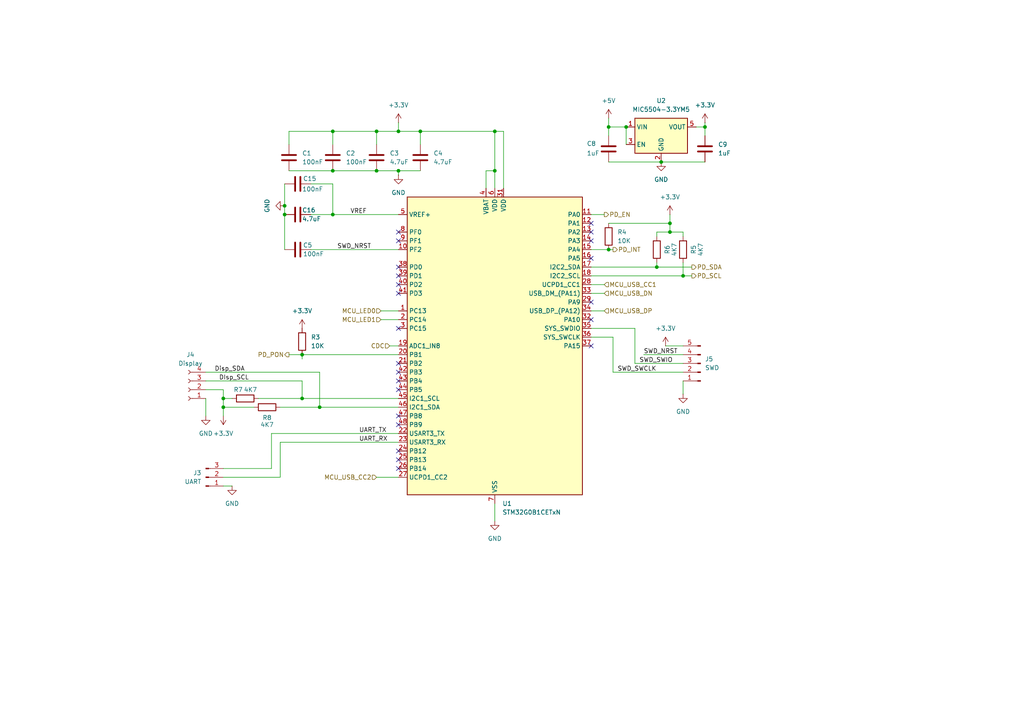
<source format=kicad_sch>
(kicad_sch (version 20231120) (generator "eeschema") (generator_version "8.0")
  (paper "A4")
  (lib_symbols
    (symbol "Connector:Conn_01x03_Pin" (pin_names (offset 1.016) hide)
      (property "Reference" "J" (at 0 5.08 0))
      (property "Value" "Conn_01x03_Pin" (at 0 -5.08 0))
      (symbol "Conn_01x03_Pin_1_1"
        (polyline (pts (xy 1.27 -2.54) (xy 0.8636 -2.54)) (stroke (width 0.1524)))
        (polyline (pts (xy 1.27 0) (xy 0.8636 0)) (stroke (width 0.1524)))
        (polyline (pts (xy 1.27 2.54) (xy 0.8636 2.54)) (stroke (width 0.1524)))
        (rectangle (start 0.8636 -2.413) (end 0 -2.667) (stroke (width 0.1524)) (fill (type outline)))
        (rectangle (start 0.8636 0.127) (end 0 -0.127) (stroke (width 0.1524)) (fill (type outline)))
        (rectangle (start 0.8636 2.667) (end 0 2.413) (stroke (width 0.1524)) (fill (type outline)))
        (pin passive line (at 5.08 2.54 180) (length 3.81) (name "Pin_1") (number "1"))
        (pin passive line (at 5.08 0 180) (length 3.81) (name "Pin_2") (number "2"))
        (pin passive line (at 5.08 -2.54 180) (length 3.81) (name "Pin_3") (number "3"))
      )
    )
    (symbol "Connector:Conn_01x04_Socket" (pin_names (offset 1.016) hide)
      (property "Reference" "J" (at 0 5.08 0))
      (property "Value" "Conn_01x04_Socket" (at 0 -7.62 0))
      (symbol "Conn_01x04_Socket_1_1"
        (arc (start 0 -4.572) (mid -0.5058 -5.08) (end 0 -5.588) (stroke (width 0.1524)))
        (arc (start 0 -2.032) (mid -0.5058 -2.54) (end 0 -3.048) (stroke (width 0.1524)))
        (polyline (pts (xy -1.27 -5.08) (xy -0.508 -5.08)) (stroke (width 0.1524)))
        (polyline (pts (xy -1.27 -2.54) (xy -0.508 -2.54)) (stroke (width 0.1524)))
        (polyline (pts (xy -1.27 0) (xy -0.508 0)) (stroke (width 0.1524)))
        (polyline (pts (xy -1.27 2.54) (xy -0.508 2.54)) (stroke (width 0.1524)))
        (arc (start 0 0.508) (mid -0.5058 0) (end 0 -0.508) (stroke (width 0.1524)))
        (arc (start 0 3.048) (mid -0.5058 2.54) (end 0 2.032) (stroke (width 0.1524)))
        (pin passive line (at -5.08 2.54 0) (length 3.81) (name "Pin_1") (number "1"))
        (pin passive line (at -5.08 0 0) (length 3.81) (name "Pin_2") (number "2"))
        (pin passive line (at -5.08 -2.54 0) (length 3.81) (name "Pin_3") (number "3"))
        (pin passive line (at -5.08 -5.08 0) (length 3.81) (name "Pin_4") (number "4"))
      )
    )
    (symbol "Connector:Conn_01x05_Pin" (pin_names (offset 1.016) hide)
      (property "Reference" "J" (at 0 7.62 0))
      (property "Value" "Conn_01x05_Pin" (at 0 -7.62 0))
      (symbol "Conn_01x05_Pin_1_1"
        (polyline (pts (xy 1.27 -5.08) (xy 0.8636 -5.08)) (stroke (width 0.1524)))
        (polyline (pts (xy 1.27 -2.54) (xy 0.8636 -2.54)) (stroke (width 0.1524)))
        (polyline (pts (xy 1.27 0) (xy 0.8636 0)) (stroke (width 0.1524)))
        (polyline (pts (xy 1.27 2.54) (xy 0.8636 2.54)) (stroke (width 0.1524)))
        (polyline (pts (xy 1.27 5.08) (xy 0.8636 5.08)) (stroke (width 0.1524)))
        (rectangle (start 0.8636 -4.953) (end 0 -5.207) (stroke (width 0.1524)) (fill (type outline)))
        (rectangle (start 0.8636 -2.413) (end 0 -2.667) (stroke (width 0.1524)) (fill (type outline)))
        (rectangle (start 0.8636 0.127) (end 0 -0.127) (stroke (width 0.1524)) (fill (type outline)))
        (rectangle (start 0.8636 2.667) (end 0 2.413) (stroke (width 0.1524)) (fill (type outline)))
        (rectangle (start 0.8636 5.207) (end 0 4.953) (stroke (width 0.1524)) (fill (type outline)))
        (pin passive line (at 5.08 5.08 180) (length 3.81) (name "Pin_1") (number "1"))
        (pin passive line (at 5.08 2.54 180) (length 3.81) (name "Pin_2") (number "2"))
        (pin passive line (at 5.08 0 180) (length 3.81) (name "Pin_3") (number "3"))
        (pin passive line (at 5.08 -2.54 180) (length 3.81) (name "Pin_4") (number "4"))
        (pin passive line (at 5.08 -5.08 180) (length 3.81) (name "Pin_5") (number "5"))
      )
    )
    (symbol "Device:C" (pin_numbers hide) (pin_names (offset 0.254))
      (property "Reference" "C" (at 0.635 2.54 0))
      (property "Value" "C" (at 0.635 -2.54 0))
      (symbol "C_0_1"
        (polyline (pts (xy -2.032 -0.762) (xy 2.032 -0.762)) (stroke (width 0.508)))
        (polyline (pts (xy -2.032 0.762) (xy 2.032 0.762)) (stroke (width 0.508)))
      )
      (symbol "C_1_1"
        (pin passive line (at 0 3.81 270) (length 2.794) (name "~") (number "1"))
        (pin passive line (at 0 -3.81 90) (length 2.794) (name "~") (number "2"))
      )
    )
    (symbol "Device:R" (pin_numbers hide) (pin_names (offset 0))
      (property "Reference" "R" (at 2.032 0 90))
      (property "Value" "R" (at 0 0 90))
      (symbol "R_0_1"
        (rectangle (start -1.016 -2.54) (end 1.016 2.54) (stroke (width 0.254)))
      )
      (symbol "R_1_1"
        (pin passive line (at 0 3.81 270) (length 1.27) (name "~") (number "1"))
        (pin passive line (at 0 -3.81 90) (length 1.27) (name "~") (number "2"))
      )
    )
    (symbol "MCU_ST_STM32G0:STM32G0B1CETxN"
      (property "Reference" "U" (at -25.4 44.45 0))
      (property "Value" "STM32G0B1CETxN" (at 5.08 44.45 0))
      (symbol "STM32G0B1CETxN_0_1"
        (rectangle (start -25.4 -43.18) (end 25.4 43.18) (stroke (width 0.254)) (fill (type background)))
      )
      (symbol "STM32G0B1CETxN_1_1"
        (pin bidirectional line (at -27.94 10.16 0) (length 2.54) (name "PC13") (number "1"))
        (pin bidirectional line (at -27.94 27.94 0) (length 2.54) (name "PF2") (number "10"))
        (pin bidirectional line (at 27.94 38.1 180) (length 2.54) (name "PA0") (number "11"))
        (pin bidirectional line (at 27.94 35.56 180) (length 2.54) (name "PA1") (number "12"))
        (pin bidirectional line (at 27.94 33.02 180) (length 2.54) (name "PA2") (number "13"))
        (pin bidirectional line (at 27.94 30.48 180) (length 2.54) (name "PA3") (number "14"))
        (pin bidirectional line (at 27.94 27.94 180) (length 2.54) (name "PA4") (number "15"))
        (pin bidirectional line (at 27.94 25.4 180) (length 2.54) (name "PA5") (number "16") (alternate "USART3_TX" bidirectional line))
        (pin bidirectional line (at 27.94 22.86 180) (length 2.54) (name "PA6") (number "17") (alternate "I2C2_SDA" bidirectional line))
        (pin bidirectional line (at 27.94 20.32 180) (length 2.54) (name "PA7") (number "18") (alternate "I2C2_SCL" bidirectional line))
        (pin bidirectional line (at -27.94 0 0) (length 2.54) (name "PB0") (number "19") (alternate "ADC1_IN8" bidirectional line) (alternate "USART3_RX" bidirectional line))
        (pin bidirectional line (at -27.94 7.62 0) (length 2.54) (name "PC14") (number "2"))
        (pin bidirectional line (at -27.94 -2.54 0) (length 2.54) (name "PB1") (number "20"))
        (pin bidirectional line (at -27.94 -5.08 0) (length 2.54) (name "PB2") (number "21") (alternate "USART3_TX" bidirectional line))
        (pin bidirectional line (at -27.94 -25.4 0) (length 2.54) (name "PB10") (number "22") (alternate "I2C2_SCL" bidirectional line) (alternate "USART3_TX" bidirectional line))
        (pin bidirectional line (at -27.94 -27.94 0) (length 2.54) (name "PB11") (number "23") (alternate "I2C2_SDA" bidirectional line) (alternate "USART3_RX" bidirectional line))
        (pin bidirectional line (at -27.94 -30.48 0) (length 2.54) (name "PB12") (number "24"))
        (pin bidirectional line (at -27.94 -33.02 0) (length 2.54) (name "PB13") (number "25") (alternate "I2C2_SCL" bidirectional line))
        (pin bidirectional line (at -27.94 -35.56 0) (length 2.54) (name "PB14") (number "26") (alternate "I2C2_SDA" bidirectional line))
        (pin bidirectional line (at -27.94 -38.1 0) (length 2.54) (name "PB15") (number "27") (alternate "UCPD1_CC2" bidirectional line))
        (pin bidirectional line (at 27.94 17.78 180) (length 2.54) (name "PA8") (number "28") (alternate "UCPD1_CC1" bidirectional line))
        (pin bidirectional line (at 27.94 12.7 180) (length 2.54) (name "PA9/UCPD1_DBCC1") (number "29") (alternate "PA9" bidirectional line))
        (pin bidirectional line (at -27.94 5.08 0) (length 2.54) (name "PC15") (number "3"))
        (pin passive line (at 0 -45.72 90) (length 2.54) hide (name "VSS") (number "30"))
        (pin power_in line (at 2.54 45.72 270) (length 2.54) (name "VDD") (number "31"))
        (pin bidirectional line (at 27.94 7.62 180) (length 2.54) (name "PA10/UCPD1_DBCC2") (number "32") (alternate "PA10" bidirectional line))
        (pin bidirectional line (at 27.94 15.24 180) (length 2.54) (name "PA9/PA11") (number "33") (alternate "PA9" bidirectional line) (alternate "USB_DM (PA11)" bidirectional line))
        (pin bidirectional line (at 27.94 10.16 180) (length 2.54) (name "PA10/PA12") (number "34") (alternate "PA10" bidirectional line) (alternate "USB_DP (PA12)" bidirectional line))
        (pin bidirectional line (at 27.94 5.08 180) (length 2.54) (name "PA13") (number "35") (alternate "SYS_SWDIO" bidirectional line))
        (pin bidirectional line (at 27.94 2.54 180) (length 2.54) (name "PA14") (number "36") (alternate "SYS_SWCLK" bidirectional line))
        (pin bidirectional line (at 27.94 0 180) (length 2.54) (name "PA15") (number "37"))
        (pin bidirectional line (at -27.94 22.86 0) (length 2.54) (name "PD0") (number "38"))
        (pin bidirectional line (at -27.94 20.32 0) (length 2.54) (name "PD1") (number "39"))
        (pin power_in line (at -2.54 45.72 270) (length 2.54) (name "VBAT") (number "4"))
        (pin bidirectional line (at -27.94 17.78 0) (length 2.54) (name "PD2") (number "40"))
        (pin bidirectional line (at -27.94 15.24 0) (length 2.54) (name "PD3") (number "41"))
        (pin bidirectional line (at -27.94 -7.62 0) (length 2.54) (name "PB3") (number "42") (alternate "I2C2_SCL" bidirectional line))
        (pin bidirectional line (at -27.94 -10.16 0) (length 2.54) (name "PB4") (number "43") (alternate "I2C2_SDA" bidirectional line))
        (pin bidirectional line (at -27.94 -12.7 0) (length 2.54) (name "PB5") (number "44"))
        (pin bidirectional line (at -27.94 -15.24 0) (length 2.54) (name "PB6") (number "45") (alternate "I2C1_SCL" bidirectional line))
        (pin bidirectional line (at -27.94 -17.78 0) (length 2.54) (name "PB7") (number "46") (alternate "I2C1_SDA" bidirectional line))
        (pin bidirectional line (at -27.94 -20.32 0) (length 2.54) (name "PB8") (number "47") (alternate "I2C1_SCL" bidirectional line) (alternate "USART3_TX" bidirectional line))
        (pin bidirectional line (at -27.94 -22.86 0) (length 2.54) (name "PB9") (number "48") (alternate "I2C1_SDA" bidirectional line) (alternate "USART3_RX" bidirectional line))
        (pin input line (at -27.94 38.1 0) (length 2.54) (name "VREF+") (number "5"))
        (pin power_in line (at 0 45.72 270) (length 2.54) (name "VDD") (number "6"))
        (pin power_in line (at 0 -45.72 90) (length 2.54) (name "VSS") (number "7"))
        (pin bidirectional line (at -27.94 33.02 0) (length 2.54) (name "PF0") (number "8"))
        (pin bidirectional line (at -27.94 30.48 0) (length 2.54) (name "PF1") (number "9"))
      )
    )
    (symbol "Regulator_Linear:MIC5504-3.3YM5"
      (property "Reference" "U" (at -7.62 8.89 0))
      (property "Value" "MIC5504-3.3YM5" (at -7.62 6.35 0))
      (symbol "MIC5504-3.3YM5_0_1"
        (rectangle (start -7.62 -5.08) (end 7.62 5.08) (stroke (width 0.254)) (fill (type background)))
      )
      (symbol "MIC5504-3.3YM5_1_1"
        (pin power_in line (at -10.16 2.54 0) (length 2.54) (name "VIN") (number "1"))
        (pin power_in line (at 0 -7.62 90) (length 2.54) (name "GND") (number "2"))
        (pin input line (at -10.16 -2.54 0) (length 2.54) (name "EN") (number "3"))
        (pin no_connect line (at 7.62 -2.54 180) (length 2.54) hide (name "NC") (number "4"))
        (pin power_out line (at 10.16 2.54 180) (length 2.54) (name "VOUT") (number "5"))
      )
    )
    (symbol "power:+3.3V" (power) (pin_numbers hide) (pin_names (offset 0) hide)
      (property "Value" "+3.3V" (at 0 3.556 0))
      (symbol "+3.3V_0_1"
        (polyline (pts (xy -0.762 1.27) (xy 0 2.54)))
        (polyline (pts (xy 0 0) (xy 0 2.54)))
        (polyline (pts (xy 0 2.54) (xy 0.762 1.27)))
      )
      (symbol "+3.3V_1_1"
        (pin power_in line (at 0 0 90) (length 0) (name "~") (number "1"))
      )
    )
    (symbol "power:+5V" (power) (pin_numbers hide) (pin_names (offset 0) hide)
      (property "Value" "+5V" (at 0 3.556 0))
      (symbol "+5V_0_1"
        (polyline (pts (xy -0.762 1.27) (xy 0 2.54)))
        (polyline (pts (xy 0 0) (xy 0 2.54)))
        (polyline (pts (xy 0 2.54) (xy 0.762 1.27)))
      )
      (symbol "+5V_1_1"
        (pin power_in line (at 0 0 90) (length 0) (name "~") (number "1"))
      )
    )
    (symbol "power:GND" (power) (pin_numbers hide) (pin_names (offset 0) hide)
      (property "Value" "GND" (at 0 -3.81 0))
      (symbol "GND_0_1"
        (polyline (pts (xy 0 0) (xy 0 -1.27) (xy 1.27 -1.27) (xy 0 -2.54) (xy -1.27 -1.27) (xy 0 -1.27)))
      )
      (symbol "GND_1_1"
        (pin power_in line (at 0 0 270) (length 0) (name "~") (number "1"))
      )
    )
  )
  (junction (at 143.51 38.1))
  (junction (at 115.57 38.1))
  (junction (at 87.63 102.87))
  (junction (at 82.55 59.69))
  (junction (at 191.77 46.99))
  (junction (at 109.22 49.53))
  (junction (at 96.52 38.1))
  (junction (at 176.53 72.39))
  (junction (at 190.5 77.47))
  (junction (at 176.53 36.83))
  (junction (at 64.77 115.57))
  (junction (at 181.61 36.83))
  (junction (at 96.52 62.23))
  (junction (at 87.63 115.57))
  (junction (at 82.55 62.23))
  (junction (at 109.22 38.1))
  (junction (at 92.71 118.11))
  (junction (at 194.31 67.31))
  (junction (at 64.77 118.11))
  (junction (at 143.51 49.53))
  (junction (at 198.12 80.01))
  (junction (at 121.92 38.1))
  (junction (at 194.31 64.77))
  (junction (at 204.47 36.83))
  (junction (at 115.57 49.53))
  (junction (at 96.52 49.53))
  (no_connect (at 115.57 82.55))
  (no_connect (at 115.57 113.03))
  (no_connect (at 115.57 80.01))
  (no_connect (at 171.45 74.93))
  (no_connect (at 115.57 110.49))
  (no_connect (at 171.45 67.31))
  (no_connect (at 115.57 77.47))
  (no_connect (at 115.57 69.85))
  (no_connect (at 115.57 85.09))
  (no_connect (at 171.45 92.71))
  (no_connect (at 115.57 107.95))
  (no_connect (at 171.45 69.85))
  (no_connect (at 115.57 105.41))
  (no_connect (at 115.57 120.65))
  (no_connect (at 115.57 67.31))
  (no_connect (at 171.45 64.77))
  (no_connect (at 171.45 100.33))
  (no_connect (at 115.57 135.89))
  (no_connect (at 115.57 123.19))
  (no_connect (at 115.57 95.25))
  (no_connect (at 115.57 130.81))
  (no_connect (at 115.57 133.35))
  (no_connect (at 171.45 87.63))
  (wire (pts (xy 194.31 67.31) (xy 190.5 67.31)))
  (wire (pts (xy 171.45 85.09) (xy 175.26 85.09)))
  (wire (pts (xy 146.05 38.1) (xy 146.05 54.61)))
  (wire (pts (xy 171.45 97.79) (xy 177.8 97.79)))
  (wire (pts (xy 181.61 36.83) (xy 181.61 41.91)))
  (wire (pts (xy 143.51 146.05) (xy 143.51 151.13)))
  (wire (pts (xy 176.53 36.83) (xy 181.61 36.83)))
  (wire (pts (xy 64.77 118.11) (xy 73.66 118.11)))
  (wire (pts (xy 115.57 35.56) (xy 115.57 38.1)))
  (wire (pts (xy 190.5 67.31) (xy 190.5 68.58)))
  (wire (pts (xy 186.69 102.87) (xy 198.12 102.87)))
  (wire (pts (xy 109.22 41.91) (xy 109.22 38.1)))
  (wire (pts (xy 190.5 77.47) (xy 200.66 77.47)))
  (wire (pts (xy 109.22 38.1) (xy 115.57 38.1)))
  (wire (pts (xy 121.92 38.1) (xy 143.51 38.1)))
  (wire (pts (xy 82.55 62.23) (xy 82.55 59.69)))
  (wire (pts (xy 90.17 72.39) (xy 115.57 72.39)))
  (wire (pts (xy 78.74 135.89) (xy 78.74 125.73)))
  (wire (pts (xy 64.77 138.43) (xy 81.28 138.43)))
  (wire (pts (xy 83.82 102.87) (xy 87.63 102.87)))
  (wire (pts (xy 113.03 100.33) (xy 115.57 100.33)))
  (wire (pts (xy 64.77 118.11) (xy 64.77 120.65)))
  (wire (pts (xy 74.93 115.57) (xy 87.63 115.57)))
  (wire (pts (xy 109.22 49.53) (xy 115.57 49.53)))
  (wire (pts (xy 198.12 80.01) (xy 200.66 80.01)))
  (wire (pts (xy 83.82 41.91) (xy 83.82 38.1)))
  (wire (pts (xy 83.82 38.1) (xy 96.52 38.1)))
  (wire (pts (xy 194.31 64.77) (xy 194.31 67.31)))
  (wire (pts (xy 171.45 95.25) (xy 184.15 95.25)))
  (wire (pts (xy 177.8 97.79) (xy 177.8 107.95)))
  (wire (pts (xy 171.45 82.55) (xy 175.26 82.55)))
  (wire (pts (xy 171.45 72.39) (xy 176.53 72.39)))
  (wire (pts (xy 201.93 36.83) (xy 204.47 36.83)))
  (wire (pts (xy 176.53 64.77) (xy 194.31 64.77)))
  (wire (pts (xy 96.52 38.1) (xy 109.22 38.1)))
  (wire (pts (xy 64.77 140.97) (xy 67.31 140.97)))
  (wire (pts (xy 59.69 113.03) (xy 64.77 113.03)))
  (wire (pts (xy 96.52 49.53) (xy 109.22 49.53)))
  (wire (pts (xy 64.77 115.57) (xy 64.77 118.11)))
  (wire (pts (xy 64.77 135.89) (xy 78.74 135.89)))
  (wire (pts (xy 115.57 49.53) (xy 115.57 50.8)))
  (wire (pts (xy 87.63 110.49) (xy 87.63 115.57)))
  (wire (pts (xy 96.52 53.34) (xy 90.17 53.34)))
  (wire (pts (xy 143.51 49.53) (xy 143.51 54.61)))
  (wire (pts (xy 176.53 34.29) (xy 176.53 36.83)))
  (wire (pts (xy 96.52 62.23) (xy 115.57 62.23)))
  (wire (pts (xy 143.51 38.1) (xy 146.05 38.1)))
  (wire (pts (xy 193.04 100.33) (xy 198.12 100.33)))
  (wire (pts (xy 171.45 77.47) (xy 190.5 77.47)))
  (wire (pts (xy 198.12 114.3) (xy 198.12 110.49)))
  (wire (pts (xy 96.52 62.23) (xy 90.17 62.23)))
  (wire (pts (xy 96.52 53.34) (xy 96.52 62.23)))
  (wire (pts (xy 87.63 102.87) (xy 115.57 102.87)))
  (wire (pts (xy 204.47 36.83) (xy 204.47 35.56)))
  (wire (pts (xy 115.57 38.1) (xy 121.92 38.1)))
  (wire (pts (xy 140.97 49.53) (xy 143.51 49.53)))
  (wire (pts (xy 184.15 105.41) (xy 198.12 105.41)))
  (wire (pts (xy 176.53 46.99) (xy 191.77 46.99)))
  (wire (pts (xy 92.71 118.11) (xy 115.57 118.11)))
  (wire (pts (xy 82.55 59.69) (xy 82.55 53.34)))
  (wire (pts (xy 67.31 115.57) (xy 64.77 115.57)))
  (wire (pts (xy 198.12 76.2) (xy 198.12 80.01)))
  (wire (pts (xy 184.15 95.25) (xy 184.15 105.41)))
  (wire (pts (xy 59.69 115.57) (xy 59.69 120.65)))
  (wire (pts (xy 191.77 46.99) (xy 204.47 46.99)))
  (wire (pts (xy 109.22 138.43) (xy 115.57 138.43)))
  (wire (pts (xy 87.63 115.57) (xy 115.57 115.57)))
  (wire (pts (xy 177.8 107.95) (xy 198.12 107.95)))
  (wire (pts (xy 82.55 62.23) (xy 82.55 72.39)))
  (wire (pts (xy 171.45 90.17) (xy 175.26 90.17)))
  (wire (pts (xy 176.53 72.39) (xy 177.8 72.39)))
  (wire (pts (xy 78.74 125.73) (xy 115.57 125.73)))
  (wire (pts (xy 59.69 107.95) (xy 92.71 107.95)))
  (wire (pts (xy 115.57 49.53) (xy 121.92 49.53)))
  (wire (pts (xy 64.77 113.03) (xy 64.77 115.57)))
  (wire (pts (xy 81.28 128.27) (xy 115.57 128.27)))
  (wire (pts (xy 81.28 118.11) (xy 92.71 118.11)))
  (wire (pts (xy 115.57 92.71) (xy 110.49 92.71)))
  (wire (pts (xy 92.71 107.95) (xy 92.71 118.11)))
  (wire (pts (xy 190.5 76.2) (xy 190.5 77.47)))
  (wire (pts (xy 87.63 102.87) (xy 87.63 104.14)))
  (wire (pts (xy 121.92 41.91) (xy 121.92 38.1)))
  (wire (pts (xy 176.53 36.83) (xy 176.53 39.37)))
  (wire (pts (xy 194.31 62.23) (xy 194.31 64.77)))
  (wire (pts (xy 204.47 36.83) (xy 204.47 39.37)))
  (wire (pts (xy 143.51 38.1) (xy 143.51 49.53)))
  (wire (pts (xy 59.69 110.49) (xy 87.63 110.49)))
  (wire (pts (xy 140.97 54.61) (xy 140.97 49.53)))
  (wire (pts (xy 171.45 80.01) (xy 198.12 80.01)))
  (wire (pts (xy 96.52 38.1) (xy 96.52 41.91)))
  (wire (pts (xy 171.45 62.23) (xy 175.26 62.23)))
  (wire (pts (xy 115.57 90.17) (xy 110.49 90.17)))
  (wire (pts (xy 81.28 138.43) (xy 81.28 128.27)))
  (wire (pts (xy 198.12 67.31) (xy 198.12 68.58)))
  (wire (pts (xy 194.31 67.31) (xy 198.12 67.31)))
  (wire (pts (xy 83.82 49.53) (xy 96.52 49.53)))
  (label "VREF" (at 101.6 62.23 0))
  (label "Disp_SDA" (at 62.23 107.95 0))
  (label "SWD_NRST" (at 186.69 102.87 0))
  (label "UART_RX" (at 104.14 128.27 0))
  (label "SWD_SWIO" (at 185.42 105.41 0))
  (label "DIsp_SCL" (at 63.5 110.49 0))
  (label "SWD_SWCLK" (at 179.07 107.95 0))
  (label "SWD_NRST" (at 97.79 72.39 0))
  (label "UART_TX" (at 104.14 125.73 0))
  (hierarchical_label "PD_INT" (shape output) (at 177.8 72.39 0))
  (hierarchical_label "MCU_LED0" (shape input) (at 110.49 90.17 180))
  (hierarchical_label "MCU_USB_CC1" (shape input) (at 175.26 82.55 0))
  (hierarchical_label "PD_EN" (shape output) (at 175.26 62.23 0))
  (hierarchical_label "MCU_USB_DN" (shape input) (at 175.26 85.09 0))
  (hierarchical_label "PD_SDA" (shape output) (at 200.66 77.47 0))
  (hierarchical_label "PD_PON" (shape output) (at 83.82 102.87 180))
  (hierarchical_label "MCU_USB_CC2" (shape input) (at 109.22 138.43 180))
  (hierarchical_label "MCU_USB_DP" (shape input) (at 175.26 90.17 0))
  (hierarchical_label "MCU_LED1" (shape input) (at 110.49 92.71 180))
  (hierarchical_label "CDC" (shape input) (at 113.03 100.33 180))
  (hierarchical_label "PD_SCL" (shape output) (at 200.66 80.01 0))
  (symbol (lib_id "Device:R") (at 87.63 99.06 0) (unit 1)
    (property "Reference" "R3" (at 90.17 97.7899 0) (effects (justify left)))
    (property "Value" "10K" (at 90.17 100.3299 0) (effects (justify left)))
    (property "Footprint" "Resistor_SMD:R_0603_1608Metric" (effects (hide yes)))
    (property "Description" "Resistor" (effects (hide yes)))
    (property "DigiKey" "311-10.0KHRCT-ND" (effects (hide yes)))
    (property "MFN" "Yageo" (effects (hide yes)))
    (property "MFP" "RC0603FR-0710KL" (effects (hide yes)))
  )
  (symbol (lib_id "power:GND") (at 59.69 120.65 0) (unit 1)
    (property "Reference" "#PWR09" (effects (hide yes)))
    (property "Value" "GND" (at 59.69 125.73 0))
    (property "Description" "Power symbol creates a global label with name \"GND\" , ground" (effects (hide yes)))
  )
  (symbol (lib_id "power:GND") (at 191.77 46.99 0) (unit 1)
    (property "Reference" "#PWR020" (effects (hide yes)))
    (property "Value" "GND" (at 191.77 52.07 0))
    (property "Description" "Power symbol creates a global label with name \"GND\" , ground" (effects (hide yes)))
  )
  (symbol (lib_id "power:GND") (at 115.57 50.8 0) (unit 1)
    (property "Reference" "#PWR03" (effects (hide yes)))
    (property "Value" "GND" (at 115.57 55.88 0))
    (property "Description" "Power symbol creates a global label with name \"GND\" , ground" (effects (hide yes)))
  )
  (symbol (lib_id "Device:C") (at 86.36 62.23 270) (unit 1)
    (property "Reference" "C16" (at 87.63 60.96 90) (effects (justify left)))
    (property "Value" "4.7uF" (at 87.63 63.5 90) (effects (justify left)))
    (property "Footprint" "Capacitor_SMD:C_0603_1608Metric" (effects (hide yes)))
    (property "Description" "Unpolarized capacitor" (effects (hide yes)))
    (property "DigiKey" "1276-1045-1-ND" (effects (hide yes)))
    (property "MFN" "Samsung" (effects (hide yes)))
    (property "MFP" "CL10A475KQ8NNNC" (effects (hide yes)))
  )
  (symbol (lib_id "Device:C") (at 109.22 45.72 0) (unit 1)
    (property "Reference" "C3" (at 113.03 44.4499 0) (effects (justify left)))
    (property "Value" "4.7uF" (at 113.03 46.9899 0) (effects (justify left)))
    (property "Footprint" "Capacitor_SMD:C_0603_1608Metric" (effects (hide yes)))
    (property "Description" "Unpolarized capacitor" (effects (hide yes)))
    (property "DigiKey" "1276-1045-1-ND" (effects (hide yes)))
    (property "MFN" "Samsung" (effects (hide yes)))
    (property "MFP" "CL10A475KQ8NNNC" (effects (hide yes)))
  )
  (symbol (lib_id "Device:R") (at 71.12 115.57 90) (unit 1)
    (property "Reference" "R7" (at 69.088 113.03 90))
    (property "Value" "4K7" (at 72.644 113.03 90))
    (property "Footprint" "Resistor_SMD:R_0603_1608Metric" (effects (hide yes)))
    (property "Description" "Resistor" (effects (hide yes)))
    (property "DigiKey" "311-4.70KHRCT-ND" (effects (hide yes)))
    (property "MFN" "Yageo " (effects (hide yes)))
    (property "MFP" "RC0603FR-074K7L" (effects (hide yes)))
  )
  (symbol (lib_id "power:GND") (at 67.31 140.97 0) (unit 1)
    (property "Reference" "#PWR04" (effects (hide yes)))
    (property "Value" "GND" (at 67.31 146.05 0))
    (property "Description" "Power symbol creates a global label with name \"GND\" , ground" (effects (hide yes)))
  )
  (symbol (lib_id "power:GND") (at 82.55 59.69 270) (unit 1)
    (property "Reference" "#PWR029" (effects (hide yes)))
    (property "Value" "GND" (at 77.47 59.69 0))
    (property "Description" "Power symbol creates a global label with name \"GND\" , ground" (effects (hide yes)))
  )
  (symbol (lib_id "Device:C") (at 96.52 45.72 0) (unit 1)
    (property "Reference" "C2" (at 100.33 44.4499 0) (effects (justify left)))
    (property "Value" "100nF" (at 100.33 46.9899 0) (effects (justify left)))
    (property "Footprint" "Capacitor_SMD:C_0603_1608Metric" (effects (hide yes)))
    (property "Description" "Unpolarized capacitor" (effects (hide yes)))
    (property "MFN" "Samsung" (effects (hide yes)))
    (property "MFP" "CL10B104KB8NNWC" (effects (hide yes)))
    (property "DigiKey" "1276-1935-1-ND" (effects (hide yes)))
  )
  (symbol (lib_id "power:+3.3V") (at 193.04 100.33 0) (unit 1)
    (property "Reference" "#PWR031" (effects (hide yes)))
    (property "Value" "+3.3V" (at 193.04 95.25 0))
    (property "Description" "Power symbol creates a global label with name \"+3.3V\"" (effects (hide yes)))
  )
  (symbol (lib_id "power:GND") (at 198.12 114.3 0) (unit 1)
    (property "Reference" "#PWR014" (effects (hide yes)))
    (property "Value" "GND" (at 198.12 119.38 0))
    (property "Description" "Power symbol creates a global label with name \"GND\" , ground" (effects (hide yes)))
  )
  (symbol (lib_id "Connector:Conn_01x05_Pin") (at 203.2 105.41 180) (unit 1)
    (property "Reference" "J5" (at 204.47 104.1399 0) (effects (justify right)))
    (property "Value" "SWD" (at 204.47 106.6799 0) (effects (justify right)))
    (property "Footprint" "Connector_PinHeader_2.54mm:PinHeader_1x05_P2.54mm_Vertical" (effects (hide yes)))
    (property "Description" "Generic connector, single row, 01x05, script generated" (effects (hide yes)))
  )
  (symbol (lib_id "Connector:Conn_01x03_Pin") (at 59.69 138.43 0) (mirror x) (unit 1)
    (property "Reference" "J3" (at 58.42 137.1599 0) (effects (justify right)))
    (property "Value" "UART" (at 58.42 139.6999 0) (effects (justify right)))
    (property "Footprint" "Connector_PinHeader_2.54mm:PinHeader_1x03_P2.54mm_Vertical" (effects (hide yes)))
    (property "Description" "Generic connector, single row, 01x03, script generated" (effects (hide yes)))
  )
  (symbol (lib_id "Device:R") (at 176.53 68.58 0) (unit 1)
    (property "Reference" "R4" (at 179.07 67.3099 0) (effects (justify left)))
    (property "Value" "10K" (at 179.07 69.8499 0) (effects (justify left)))
    (property "Footprint" "Resistor_SMD:R_0603_1608Metric" (effects (hide yes)))
    (property "Description" "Resistor" (effects (hide yes)))
    (property "MFN" "Yageo" (effects (hide yes)))
    (property "MFP" "RC0603FR-0710KL" (effects (hide yes)))
    (property "DigiKey" "311-10.0KHRCT-ND" (effects (hide yes)))
  )
  (symbol (lib_id "Regulator_Linear:MIC5504-3.3YM5") (at 191.77 39.37 0) (unit 1)
    (property "Reference" "U2" (at 191.77 29.21 0))
    (property "Value" "MIC5504-3.3YM5" (at 191.77 31.75 0))
    (property "Footprint" "Package_TO_SOT_SMD:SOT-23-5" (effects (hide yes)))
    (property "Datasheet" "http://ww1.microchip.com/downloads/en/DeviceDoc/MIC550X.pdf" (effects (hide yes)))
    (property "Description" "300mA Low-dropout Voltage Regulator, Vout 3.3V, Vin up to 5.5V, SOT-23" (effects (hide yes)))
    (property "DigiKey" "576-4764-1-ND" (effects (hide yes)))
    (property "MFN" "Microchip Technology" (effects (hide yes)))
    (property "MFP" "MIC5504-3.3YM5-TR" (effects (hide yes)))
  )
  (symbol (lib_id "power:+3.3V") (at 194.31 62.23 0) (unit 1)
    (property "Reference" "#PWR06" (effects (hide yes)))
    (property "Value" "+3.3V" (at 194.31 57.15 0))
    (property "Description" "Power symbol creates a global label with name \"+3.3V\"" (effects (hide yes)))
  )
  (symbol (lib_id "Device:R") (at 198.12 72.39 180) (unit 1)
    (property "Reference" "R5" (at 201.168 72.39 90))
    (property "Value" "4K7" (at 203.2 72.39 90))
    (property "Footprint" "Resistor_SMD:R_0603_1608Metric" (effects (hide yes)))
    (property "Description" "Resistor" (effects (hide yes)))
    (property "DigiKey" "311-4.70KHRCT-ND" (effects (hide yes)))
    (property "MFN" "Yageo " (effects (hide yes)))
    (property "MFP" "RC0603FR-074K7L" (effects (hide yes)))
  )
  (symbol (lib_id "Connector:Conn_01x04_Socket") (at 54.61 113.03 180) (unit 1)
    (property "Reference" "J4" (at 55.245 102.87 0))
    (property "Value" "Display" (at 55.245 105.41 0))
    (property "Footprint" "Connector_PinSocket_2.54mm:PinSocket_1x04_P2.54mm_Vertical" (effects (hide yes)))
    (property "Description" "Generic connector, single row, 01x04, script generated" (effects (hide yes)))
  )
  (symbol (lib_id "Device:R") (at 77.47 118.11 90) (unit 1)
    (property "Reference" "R8" (at 77.47 121.158 90))
    (property "Value" "4K7" (at 77.47 123.19 90))
    (property "Footprint" "Resistor_SMD:R_0603_1608Metric" (effects (hide yes)))
    (property "Description" "Resistor" (effects (hide yes)))
    (property "DigiKey" "311-4.70KHRCT-ND" (effects (hide yes)))
    (property "MFN" "Yageo " (effects (hide yes)))
    (property "MFP" "RC0603FR-074K7L" (effects (hide yes)))
  )
  (symbol (lib_id "Device:C") (at 86.36 72.39 270) (unit 1)
    (property "Reference" "C5" (at 87.884 71.12 90) (effects (justify left)))
    (property "Value" "100nF" (at 87.884 73.66 90) (effects (justify left)))
    (property "Footprint" "Capacitor_SMD:C_0603_1608Metric" (effects (hide yes)))
    (property "Description" "Unpolarized capacitor" (effects (hide yes)))
    (property "MFN" "Samsung" (effects (hide yes)))
    (property "MFP" "CL10B104KB8NNWC" (effects (hide yes)))
    (property "DigiKey" "1276-1935-1-ND" (effects (hide yes)))
  )
  (symbol (lib_id "power:+5V") (at 176.53 34.29 0) (unit 1)
    (property "Reference" "#PWR013" (effects (hide yes)))
    (property "Value" "+5V" (at 176.53 29.21 0))
    (property "Description" "Power symbol creates a global label with name \"+5V\"" (effects (hide yes)))
  )
  (symbol (lib_id "power:+3.3V") (at 204.47 35.56 0) (unit 1)
    (property "Reference" "#PWR017" (effects (hide yes)))
    (property "Value" "+3.3V" (at 204.47 30.48 0))
    (property "Description" "Power symbol creates a global label with name \"+3.3V\"" (effects (hide yes)))
  )
  (symbol (lib_id "Device:C") (at 86.36 53.34 270) (unit 1)
    (property "Reference" "C15" (at 87.884 51.816 90) (effects (justify left)))
    (property "Value" "100nF" (at 87.63 54.864 90) (effects (justify left)))
    (property "Footprint" "Capacitor_SMD:C_0603_1608Metric" (effects (hide yes)))
    (property "Description" "Unpolarized capacitor" (effects (hide yes)))
    (property "MFN" "Samsung" (effects (hide yes)))
    (property "MFP" "CL10B104KB8NNWC" (effects (hide yes)))
    (property "DigiKey" "1276-1935-1-ND" (effects (hide yes)))
  )
  (symbol (lib_id "Device:C") (at 121.92 45.72 0) (unit 1)
    (property "Reference" "C4" (at 125.73 44.4499 0) (effects (justify left)))
    (property "Value" "4.7uF" (at 125.73 46.9899 0) (effects (justify left)))
    (property "Footprint" "Capacitor_SMD:C_0603_1608Metric" (effects (hide yes)))
    (property "Description" "Unpolarized capacitor" (effects (hide yes)))
    (property "DigiKey" "1276-1045-1-ND" (effects (hide yes)))
    (property "MFN" "Samsung" (effects (hide yes)))
    (property "MFP" "CL10A475KQ8NNNC" (effects (hide yes)))
  )
  (symbol (lib_id "power:+3.3V") (at 87.63 95.25 0) (unit 1)
    (property "Reference" "#PWR030" (effects (hide yes)))
    (property "Value" "+3.3V" (at 87.63 90.17 0))
    (property "Description" "Power symbol creates a global label with name \"+3.3V\"" (effects (hide yes)))
  )
  (symbol (lib_id "Device:C") (at 176.53 43.18 0) (unit 1)
    (property "Reference" "C8" (at 170.18 41.656 0) (effects (justify left)))
    (property "Value" "1uF" (at 170.18 44.45 0) (effects (justify left)))
    (property "Footprint" "Capacitor_SMD:C_0603_1608Metric" (effects (hide yes)))
    (property "Description" "Unpolarized capacitor" (effects (hide yes)))
    (property "MFN" "Samsung" (effects (hide yes)))
    (property "MFP" "CL10A105KL8NNNC" (effects (hide yes)))
    (property "DigiKey" "1276-1861-1-ND" (effects (hide yes)))
  )
  (symbol (lib_id "power:+3.3V") (at 64.77 120.65 180) (unit 1)
    (property "Reference" "#PWR010" (effects (hide yes)))
    (property "Value" "+3.3V" (at 64.77 125.73 0))
    (property "Description" "Power symbol creates a global label with name \"+3.3V\"" (effects (hide yes)))
  )
  (symbol (lib_id "power:+3.3V") (at 115.57 35.56 0) (unit 1)
    (property "Reference" "#PWR01" (effects (hide yes)))
    (property "Value" "+3.3V" (at 115.57 30.48 0))
    (property "Description" "Power symbol creates a global label with name \"+3.3V\"" (effects (hide yes)))
  )
  (symbol (lib_id "Device:C") (at 83.82 45.72 0) (unit 1)
    (property "Reference" "C1" (at 87.63 44.4499 0) (effects (justify left)))
    (property "Value" "100nF" (at 87.63 46.9899 0) (effects (justify left)))
    (property "Footprint" "Capacitor_SMD:C_0603_1608Metric" (effects (hide yes)))
    (property "Description" "Unpolarized capacitor" (effects (hide yes)))
    (property "MFN" "Samsung" (effects (hide yes)))
    (property "MFP" "CL10B104KB8NNWC" (effects (hide yes)))
    (property "DigiKey" "1276-1935-1-ND" (effects (hide yes)))
  )
  (symbol (lib_id "Device:R") (at 190.5 72.39 180) (unit 1)
    (property "Reference" "R6" (at 193.548 72.39 90))
    (property "Value" "4K7" (at 195.58 72.39 90))
    (property "Footprint" "Resistor_SMD:R_0603_1608Metric" (effects (hide yes)))
    (property "Description" "Resistor" (effects (hide yes)))
    (property "DigiKey" "311-4.70KHRCT-ND" (effects (hide yes)))
    (property "MFN" "Yageo " (effects (hide yes)))
    (property "MFP" "RC0603FR-074K7L" (effects (hide yes)))
  )
  (symbol (lib_id "power:GND") (at 143.51 151.13 0) (unit 1)
    (property "Reference" "#PWR012" (effects (hide yes)))
    (property "Value" "GND" (at 143.51 156.21 0))
    (property "Description" "Power symbol creates a global label with name \"GND\" , ground" (effects (hide yes)))
  )
  (symbol (lib_id "Device:C") (at 204.47 43.18 0) (unit 1)
    (property "Reference" "C9" (at 208.28 41.9099 0) (effects (justify left)))
    (property "Value" "1uF" (at 208.28 44.4499 0) (effects (justify left)))
    (property "Footprint" "Capacitor_SMD:C_0603_1608Metric" (effects (hide yes)))
    (property "Description" "Unpolarized capacitor" (effects (hide yes)))
    (property "MFN" "Samsung" (effects (hide yes)))
    (property "MFP" "CL10A105KL8NNNC" (effects (hide yes)))
    (property "DigiKey" "1276-1861-1-ND" (effects (hide yes)))
  )
  (symbol (lib_id "MCU_ST_STM32G0:STM32G0B1CETxN") (at 143.51 100.33 0) (unit 1)
    (property "Reference" "U1" (at 145.7041 146.05 0) (effects (justify left)))
    (property "Value" "STM32G0B1CETxN" (at 145.7041 148.59 0) (effects (justify left)))
    (property "Footprint" "Package_QFP:LQFP-48_7x7mm_P0.5mm" (effects (hide yes)))
    (property "Datasheet" "https://www.st.com/resource/en/datasheet/stm32g0b1ce.pdf" (effects (hide yes)))
    (property "Description" "STMicroelectronics Arm Cortex-M0+ MCU, 512KB flash, 144KB RAM, 64 MHz, 1.7-3.6V, 42 GPIO, LQFP48" (effects (hide yes)))
    (property "DigiKey" "497-STM32G0B1CET6N-ND" (effects (hide yes)))
    (property "MFN" "ST" (effects (hide yes)))
    (property "MFP" "STM32G0B1CET6N" (effects (hide yes)))
    (pin "22" (alternate "USART3_TX"))
    (pin "33" (alternate "USB_DM (PA11)"))
    (pin "45" (alternate "I2C1_SCL"))
    (pin "23" (alternate "USART3_RX"))
    (pin "28" (alternate "UCPD1_CC1"))
    (pin "27" (alternate "UCPD1_CC2"))
    (pin "46" (alternate "I2C1_SDA"))
    (pin "36" (alternate "SYS_SWCLK"))
    (pin "35" (alternate "SYS_SWDIO"))
    (pin "18" (alternate "I2C2_SCL"))
    (pin "17" (alternate "I2C2_SDA"))
    (pin "34" (alternate "USB_DP (PA12)"))
    (pin "29" (alternate "PA9"))
    (pin "32" (alternate "PA10"))
    (pin "19" (alternate "ADC1_IN8"))
  )
)
</source>
